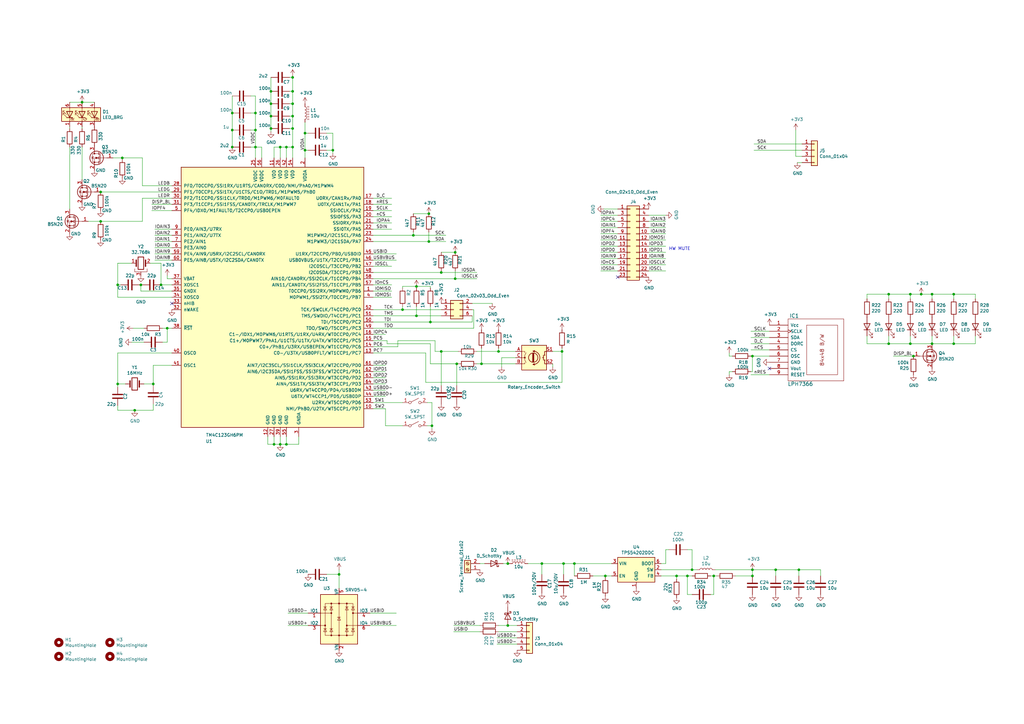
<source format=kicad_sch>
(kicad_sch (version 20211123) (generator eeschema)
  (paper "A3")
  (title_block (title "Tiva Control Board") (date "2022-06-19") (rev "0.1"))
  (junction (at 95.25 46.355))
  (junction (at 48.26 157.48))
  (junction (at 382.27 140.97))
  (junction (at 391.16 140.97))
  (junction (at 187.325 149.225))
  (junction (at 175.895 99.06))
  (junction (at 180.975 111.76))
  (junction (at 197.485 149.225))
  (junction (at 177.165 174.625))
  (junction (at 125.095 54.61))
  (junction (at 327.66 233.68))
  (junction (at 186.69 114.3))
  (junction (at 136.525 61.595))
  (junction (at 62.865 157.48))
  (junction (at 33.655 41.91))
  (junction (at 57.785 116.84))
  (junction (at 308.61 233.68))
  (junction (at 139.065 235.585))
  (junction (at 208.28 231.14))
  (junction (at 111.125 52.705))
  (junction (at 117.475 60.325))
  (junction (at 318.135 233.68))
  (junction (at 248.285 236.22))
  (junction (at 231.14 231.14))
  (junction (at 170.815 129.54))
  (junction (at 308.61 146.05))
  (junction (at 391.16 120.65))
  (junction (at 175.895 87.63))
  (junction (at 208.28 256.54))
  (junction (at 50.165 64.77))
  (junction (at 170.815 117.475))
  (junction (at 125.095 61.595))
  (junction (at 95.25 60.325))
  (junction (at 111.125 37.465))
  (junction (at 41.275 78.74))
  (junction (at 283.845 233.68))
  (junction (at 66.04 116.84))
  (junction (at 204.47 144.145))
  (junction (at 41.275 90.805))
  (junction (at 277.495 236.22))
  (junction (at 104.775 53.34))
  (junction (at 104.775 46.355))
  (junction (at 180.975 144.145))
  (junction (at 55.245 168.275))
  (junction (at 235.585 231.14))
  (junction (at 230.505 144.145))
  (junction (at 120.015 37.465))
  (junction (at 120.015 60.325))
  (junction (at 120.015 42.545))
  (junction (at 117.475 182.245))
  (junction (at 112.395 182.245))
  (junction (at 377.825 120.65))
  (junction (at 111.125 42.545))
  (junction (at 165.1 127))
  (junction (at 308.61 236.22))
  (junction (at 292.735 236.22))
  (junction (at 382.27 120.65))
  (junction (at 373.38 140.97))
  (junction (at 114.935 60.325))
  (junction (at 364.49 140.97))
  (junction (at 48.26 116.84))
  (junction (at 373.38 120.65))
  (junction (at 222.25 231.14))
  (junction (at 120.015 31.75))
  (junction (at 114.935 182.245))
  (junction (at 111.125 47.625))
  (junction (at 374.65 146.05))
  (junction (at 364.49 120.65))
  (junction (at 120.015 52.705))
  (junction (at 169.545 96.52))
  (junction (at 95.25 53.34))
  (junction (at 281.94 236.22))
  (junction (at 104.775 60.325))
  (junction (at 68.58 134.62))
  (junction (at 186.69 103.505))
  (junction (at 176.53 132.08))
  (junction (at 120.015 47.625))
  (no_connect (at 315.595 151.13))
  (no_connect (at 253.365 113.665))
  (no_connect (at 70.485 124.46))
  (wire (pts (xy 204.47 144.145) (xy 211.455 144.145)))
  (wire (pts (xy 230.505 142.875) (xy 230.505 144.145)))
  (wire (pts (xy 180.975 111.76) (xy 180.975 111.125)))
  (wire (pts (xy 104.775 60.325) (xy 102.87 60.325)))
  (wire (pts (xy 169.545 96.52) (xy 182.88 96.52)))
  (wire (pts (xy 104.775 39.37) (xy 104.775 46.355)))
  (wire (pts (xy 208.28 256.54) (xy 212.09 256.54)))
  (wire (pts (xy 126.365 61.595) (xy 125.095 61.595)))
  (wire (pts (xy 153.035 116.84) (xy 160.655 116.84)))
  (wire (pts (xy 373.38 120.65) (xy 377.825 120.65)))
  (wire (pts (xy 62.865 157.48) (xy 62.865 158.115)))
  (wire (pts (xy 153.035 119.38) (xy 160.655 119.38)))
  (wire (pts (xy 133.985 235.585) (xy 139.065 235.585)))
  (wire (pts (xy 391.16 120.65) (xy 400.05 120.65)))
  (wire (pts (xy 326.39 64.135) (xy 326.39 53.34)))
  (wire (pts (xy 118.745 37.465) (xy 120.015 37.465)))
  (wire (pts (xy 253.365 108.585) (xy 246.38 108.585)))
  (wire (pts (xy 58.42 81.28) (xy 70.485 81.28)))
  (wire (pts (xy 266.065 98.425) (xy 273.05 98.425)))
  (wire (pts (xy 153.035 96.52) (xy 169.545 96.52)))
  (wire (pts (xy 117.475 60.325) (xy 120.015 60.325)))
  (wire (pts (xy 111.125 52.705) (xy 111.125 47.625)))
  (wire (pts (xy 197.485 142.875) (xy 197.485 149.225)))
  (wire (pts (xy 196.85 256.54) (xy 186.055 256.54)))
  (wire (pts (xy 400.05 140.97) (xy 391.16 140.97)))
  (wire (pts (xy 126.365 251.46) (xy 118.11 251.46)))
  (wire (pts (xy 187.325 158.115) (xy 187.325 149.225)))
  (wire (pts (xy 196.85 231.14) (xy 198.755 231.14)))
  (wire (pts (xy 112.395 64.77) (xy 112.395 60.325)))
  (wire (pts (xy 158.115 174.625) (xy 165.1 174.625)))
  (wire (pts (xy 104.775 60.325) (xy 107.315 60.325)))
  (wire (pts (xy 315.595 146.05) (xy 308.61 146.05)))
  (wire (pts (xy 382.27 137.795) (xy 382.27 140.97)))
  (wire (pts (xy 301.625 236.22) (xy 308.61 236.22)))
  (wire (pts (xy 170.815 129.54) (xy 180.975 129.54)))
  (wire (pts (xy 318.135 233.68) (xy 327.66 233.68)))
  (wire (pts (xy 205.74 146.685) (xy 205.74 150.495)))
  (wire (pts (xy 193.675 132.08) (xy 193.675 129.54)))
  (wire (pts (xy 153.035 160.02) (xy 158.115 160.02)))
  (wire (pts (xy 70.485 99.06) (xy 63.5 99.06)))
  (wire (pts (xy 253.365 90.805) (xy 246.38 90.805)))
  (wire (pts (xy 291.465 243.84) (xy 292.735 243.84)))
  (wire (pts (xy 117.475 179.07) (xy 117.475 182.245)))
  (wire (pts (xy 177.165 174.625) (xy 177.165 175.895)))
  (wire (pts (xy 62.865 149.86) (xy 62.865 157.48)))
  (wire (pts (xy 308.61 236.22) (xy 308.61 233.68)))
  (wire (pts (xy 70.485 144.78) (xy 48.26 144.78)))
  (wire (pts (xy 235.585 231.14) (xy 235.585 236.22)))
  (wire (pts (xy 70.485 149.86) (xy 62.865 149.86)))
  (wire (pts (xy 300.355 146.05) (xy 299.085 146.05)))
  (wire (pts (xy 273.05 225.425) (xy 274.32 225.425)))
  (wire (pts (xy 194.31 134.62) (xy 194.31 127)))
  (wire (pts (xy 70.485 121.92) (xy 48.26 121.92)))
  (wire (pts (xy 48.26 168.275) (xy 55.245 168.275)))
  (wire (pts (xy 153.035 132.08) (xy 176.53 132.08)))
  (wire (pts (xy 139.065 235.585) (xy 139.065 241.3)))
  (wire (pts (xy 95.25 39.37) (xy 95.25 46.355)))
  (wire (pts (xy 114.935 60.325) (xy 117.475 60.325)))
  (wire (pts (xy 382.27 122.555) (xy 382.27 120.65)))
  (wire (pts (xy 153.035 81.28) (xy 160.655 81.28)))
  (wire (pts (xy 186.69 114.3) (xy 186.69 111.125)))
  (wire (pts (xy 315.595 138.43) (xy 307.975 138.43)))
  (wire (pts (xy 158.115 167.64) (xy 158.115 174.625)))
  (wire (pts (xy 33.655 52.705) (xy 33.655 52.07)))
  (wire (pts (xy 180.975 111.76) (xy 195.58 111.76)))
  (wire (pts (xy 28.575 41.91) (xy 33.655 41.91)))
  (wire (pts (xy 177.165 174.625) (xy 177.165 165.1)))
  (wire (pts (xy 162.56 256.54) (xy 151.765 256.54)))
  (wire (pts (xy 163.195 142.24) (xy 163.195 139.7)))
  (wire (pts (xy 48.26 116.84) (xy 48.26 107.95)))
  (wire (pts (xy 58.42 90.805) (xy 58.42 81.28)))
  (wire (pts (xy 169.545 87.63) (xy 175.895 87.63)))
  (wire (pts (xy 36.195 90.805) (xy 41.275 90.805)))
  (wire (pts (xy 162.56 251.46) (xy 151.765 251.46)))
  (wire (pts (xy 51.435 157.48) (xy 48.26 157.48)))
  (wire (pts (xy 315.595 140.97) (xy 307.975 140.97)))
  (wire (pts (xy 122.555 182.245) (xy 122.555 179.07)))
  (wire (pts (xy 120.015 31.115) (xy 120.015 31.75)))
  (wire (pts (xy 308.61 152.4) (xy 308.61 146.05)))
  (wire (pts (xy 250.825 236.22) (xy 248.285 236.22)))
  (wire (pts (xy 176.53 149.225) (xy 187.325 149.225)))
  (wire (pts (xy 283.845 236.22) (xy 281.94 236.22)))
  (wire (pts (xy 211.455 146.685) (xy 205.74 146.685)))
  (wire (pts (xy 49.53 116.84) (xy 48.26 116.84)))
  (wire (pts (xy 169.545 95.25) (xy 169.545 96.52)))
  (wire (pts (xy 120.015 42.545) (xy 120.015 47.625)))
  (wire (pts (xy 153.035 121.92) (xy 160.655 121.92)))
  (wire (pts (xy 111.125 47.625) (xy 111.125 42.545)))
  (wire (pts (xy 70.485 86.36) (xy 62.23 86.36)))
  (wire (pts (xy 315.595 135.89) (xy 307.975 135.89)))
  (wire (pts (xy 163.195 139.7) (xy 178.435 139.7)))
  (wire (pts (xy 299.085 146.05) (xy 299.085 144.78)))
  (wire (pts (xy 153.035 139.7) (xy 158.75 139.7)))
  (wire (pts (xy 102.87 46.355) (xy 104.775 46.355)))
  (wire (pts (xy 153.035 106.68) (xy 162.56 106.68)))
  (wire (pts (xy 299.085 152.4) (xy 299.085 153.67)))
  (wire (pts (xy 266.065 88.265) (xy 273.05 88.265)))
  (wire (pts (xy 318.135 233.68) (xy 318.135 236.22)))
  (wire (pts (xy 165.1 127) (xy 180.975 127)))
  (wire (pts (xy 158.75 139.7) (xy 158.75 140.97)))
  (wire (pts (xy 153.035 129.54) (xy 170.815 129.54)))
  (wire (pts (xy 355.6 137.795) (xy 355.6 140.97)))
  (wire (pts (xy 102.87 53.34) (xy 104.775 53.34)))
  (wire (pts (xy 266.065 111.125) (xy 273.05 111.125)))
  (wire (pts (xy 187.325 149.225) (xy 187.96 149.225)))
  (wire (pts (xy 28.575 52.705) (xy 28.575 52.07)))
  (wire (pts (xy 253.365 95.885) (xy 246.38 95.885)))
  (wire (pts (xy 50.165 65.405) (xy 50.165 64.77)))
  (wire (pts (xy 33.655 73.66) (xy 33.655 60.325)))
  (wire (pts (xy 377.825 120.65) (xy 382.27 120.65)))
  (wire (pts (xy 158.75 140.97) (xy 176.53 140.97)))
  (wire (pts (xy 61.595 107.95) (xy 66.04 107.95)))
  (wire (pts (xy 118.745 42.545) (xy 120.015 42.545)))
  (wire (pts (xy 231.14 235.585) (xy 231.14 231.14)))
  (wire (pts (xy 266.065 93.345) (xy 273.05 93.345)))
  (wire (pts (xy 126.365 54.61) (xy 125.095 54.61)))
  (wire (pts (xy 58.42 76.2) (xy 70.485 76.2)))
  (wire (pts (xy 133.985 61.595) (xy 136.525 61.595)))
  (wire (pts (xy 111.125 42.545) (xy 111.125 37.465)))
  (wire (pts (xy 328.93 66.675) (xy 327.025 66.675)))
  (wire (pts (xy 153.035 152.4) (xy 158.115 152.4)))
  (wire (pts (xy 226.695 149.225) (xy 226.695 150.495)))
  (wire (pts (xy 315.595 153.67) (xy 307.975 153.67)))
  (wire (pts (xy 153.035 137.16) (xy 158.115 137.16)))
  (wire (pts (xy 253.365 88.265) (xy 246.38 88.265)))
  (wire (pts (xy 153.035 88.9) (xy 160.655 88.9)))
  (wire (pts (xy 117.475 64.77) (xy 117.475 60.325)))
  (wire (pts (xy 70.485 104.14) (xy 63.5 104.14)))
  (wire (pts (xy 153.035 165.1) (xy 165.1 165.1)))
  (wire (pts (xy 153.035 104.14) (xy 162.56 104.14)))
  (wire (pts (xy 104.775 46.355) (xy 104.775 53.34)))
  (wire (pts (xy 196.85 259.08) (xy 186.055 259.08)))
  (wire (pts (xy 55.245 168.275) (xy 62.865 168.275)))
  (wire (pts (xy 50.165 64.77) (xy 58.42 64.77)))
  (wire (pts (xy 327.66 233.68) (xy 336.55 233.68)))
  (wire (pts (xy 222.25 231.14) (xy 222.25 235.585)))
  (wire (pts (xy 136.525 54.61) (xy 136.525 61.595)))
  (wire (pts (xy 48.26 166.37) (xy 48.26 168.275)))
  (wire (pts (xy 104.775 53.34) (xy 104.775 60.325)))
  (wire (pts (xy 266.065 108.585) (xy 273.05 108.585)))
  (wire (pts (xy 283.845 233.68) (xy 283.845 225.425)))
  (wire (pts (xy 70.485 96.52) (xy 63.5 96.52)))
  (wire (pts (xy 114.935 179.07) (xy 114.935 182.245)))
  (wire (pts (xy 266.065 90.805) (xy 273.05 90.805)))
  (wire (pts (xy 300.355 152.4) (xy 299.085 152.4)))
  (wire (pts (xy 308.61 233.68) (xy 318.135 233.68)))
  (wire (pts (xy 165.1 117.475) (xy 170.815 117.475)))
  (wire (pts (xy 118.745 31.75) (xy 120.015 31.75)))
  (wire (pts (xy 364.49 137.795) (xy 364.49 140.97)))
  (wire (pts (xy 212.09 261.62) (xy 203.835 261.62)))
  (wire (pts (xy 120.015 47.625) (xy 120.015 52.705)))
  (wire (pts (xy 117.475 182.245) (xy 122.555 182.245)))
  (wire (pts (xy 186.69 114.3) (xy 195.58 114.3)))
  (wire (pts (xy 271.145 231.14) (xy 273.05 231.14)))
  (wire (pts (xy 70.485 101.6) (xy 63.5 101.6)))
  (wire (pts (xy 62.865 168.275) (xy 62.865 165.735)))
  (wire (pts (xy 266.065 95.885) (xy 273.05 95.885)))
  (wire (pts (xy 391.16 122.555) (xy 391.16 120.65)))
  (wire (pts (xy 208.28 231.14) (xy 206.375 231.14)))
  (wire (pts (xy 59.055 157.48) (xy 62.865 157.48)))
  (wire (pts (xy 153.035 134.62) (xy 194.31 134.62)))
  (wire (pts (xy 283.845 243.84) (xy 281.94 243.84)))
  (wire (pts (xy 180.975 103.505) (xy 186.69 103.505)))
  (wire (pts (xy 118.745 47.625) (xy 120.015 47.625)))
  (wire (pts (xy 327.66 233.68) (xy 327.66 236.22)))
  (wire (pts (xy 153.035 109.22) (xy 160.655 109.22)))
  (wire (pts (xy 136.525 61.595) (xy 136.525 62.865)))
  (wire (pts (xy 120.015 52.705) (xy 120.015 60.325)))
  (wire (pts (xy 48.26 144.78) (xy 48.26 157.48)))
  (wire (pts (xy 54.61 134.62) (xy 59.055 134.62)))
  (wire (pts (xy 193.675 124.46) (xy 201.93 124.46)))
  (wire (pts (xy 170.815 125.73) (xy 170.815 129.54)))
  (wire (pts (xy 277.495 236.22) (xy 271.145 236.22)))
  (wire (pts (xy 153.035 111.76) (xy 180.975 111.76)))
  (wire (pts (xy 58.42 64.77) (xy 58.42 76.2)))
  (wire (pts (xy 125.095 61.595) (xy 125.095 64.77)))
  (wire (pts (xy 178.435 144.145) (xy 180.975 144.145)))
  (wire (pts (xy 373.38 122.555) (xy 373.38 120.65)))
  (wire (pts (xy 373.38 140.97) (xy 382.27 140.97)))
  (wire (pts (xy 174.625 156.845) (xy 230.505 156.845)))
  (wire (pts (xy 285.75 233.68) (xy 283.845 233.68)))
  (wire (pts (xy 95.25 60.325) (xy 95.25 53.34)))
  (wire (pts (xy 46.355 64.77) (xy 50.165 64.77)))
  (wire (pts (xy 177.165 165.1) (xy 175.26 165.1)))
  (wire (pts (xy 204.47 142.875) (xy 204.47 144.145)))
  (wire (pts (xy 153.035 99.06) (xy 175.895 99.06)))
  (wire (pts (xy 266.065 100.965) (xy 273.05 100.965)))
  (wire (pts (xy 153.035 83.82) (xy 160.655 83.82)))
  (wire (pts (xy 266.065 106.045) (xy 273.05 106.045)))
  (wire (pts (xy 174.625 144.78) (xy 174.625 156.845)))
  (wire (pts (xy 153.035 93.98) (xy 160.655 93.98)))
  (wire (pts (xy 68.58 134.62) (xy 70.485 134.62)))
  (wire (pts (xy 120.015 31.75) (xy 120.015 37.465)))
  (wire (pts (xy 315.595 143.51) (xy 307.975 143.51)))
  (wire (pts (xy 70.485 114.3) (xy 68.58 114.3)))
  (wire (pts (xy 400.05 120.65) (xy 400.05 122.555)))
  (wire (pts (xy 41.275 78.74) (xy 70.485 78.74)))
  (wire (pts (xy 364.49 122.555) (xy 364.49 120.65)))
  (wire (pts (xy 176.53 125.73) (xy 176.53 132.08)))
  (wire (pts (xy 153.035 167.64) (xy 158.115 167.64)))
  (wire (pts (xy 170.815 117.475) (xy 176.53 117.475)))
  (wire (pts (xy 308.61 146.05) (xy 307.975 146.05)))
  (wire (pts (xy 307.975 152.4) (xy 308.61 152.4)))
  (wire (pts (xy 281.94 243.84) (xy 281.94 236.22)))
  (wire (pts (xy 175.895 95.25) (xy 175.895 99.06)))
  (wire (pts (xy 125.095 54.61) (xy 125.095 61.595)))
  (wire (pts (xy 273.05 231.14) (xy 273.05 225.425)))
  (wire (pts (xy 114.935 182.245) (xy 117.475 182.245)))
  (wire (pts (xy 70.485 119.38) (xy 57.785 119.38)))
  (wire (pts (xy 175.26 174.625) (xy 177.165 174.625)))
  (wire (pts (xy 153.035 86.36) (xy 160.655 86.36)))
  (wire (pts (xy 153.035 142.24) (xy 163.195 142.24)))
  (wire (pts (xy 197.485 149.225) (xy 211.455 149.225)))
  (wire (pts (xy 153.035 157.48) (xy 158.115 157.48)))
  (wire (pts (xy 70.485 83.82) (xy 62.23 83.82)))
  (wire (pts (xy 170.815 117.475) (xy 170.815 118.11)))
  (wire (pts (xy 57.785 119.38) (xy 57.785 116.84)))
  (wire (pts (xy 373.38 137.795) (xy 373.38 140.97)))
  (wire (pts (xy 271.145 233.68) (xy 283.845 233.68)))
  (wire (pts (xy 230.505 156.845) (xy 230.505 144.145)))
  (wire (pts (xy 33.655 41.91) (xy 38.735 41.91)))
  (wire (pts (xy 48.26 121.92) (xy 48.26 116.84)))
  (wire (pts (xy 253.365 93.345) (xy 246.38 93.345)))
  (wire (pts (xy 118.745 52.705) (xy 120.015 52.705)))
  (wire (pts (xy 48.26 157.48) (xy 48.26 158.75)))
  (wire (pts (xy 364.49 120.65) (xy 373.38 120.65)))
  (wire (pts (xy 253.365 111.125) (xy 246.38 111.125)))
  (wire (pts (xy 120.015 37.465) (xy 120.015 42.545)))
  (wire (pts (xy 68.58 140.335) (xy 68.58 134.62)))
  (wire (pts (xy 175.895 99.06) (xy 182.88 99.06)))
  (wire (pts (xy 111.125 37.465) (xy 111.125 31.75)))
  (wire (pts (xy 66.675 134.62) (xy 68.58 134.62)))
  (wire (pts (xy 107.315 60.325) (xy 107.315 64.77)))
  (wire (pts (xy 355.6 140.97) (xy 364.49 140.97)))
  (wire (pts (xy 109.855 182.245) (xy 112.395 182.245)))
  (wire (pts (xy 41.275 90.805) (xy 58.42 90.805)))
  (wire (pts (xy 70.485 106.68) (xy 63.5 106.68)))
  (wire (pts (xy 95.25 53.34) (xy 95.25 46.355)))
  (wire (pts (xy 165.1 125.73) (xy 165.1 127)))
  (wire (pts (xy 248.285 236.22) (xy 243.205 236.22)))
  (wire (pts (xy 355.6 120.65) (xy 364.49 120.65)))
  (wire (pts (xy 120.015 64.77) (xy 120.015 60.325)))
  (wire (pts (xy 53.975 140.335) (xy 59.055 140.335)))
  (wire (pts (xy 248.285 236.855) (xy 248.285 236.22)))
  (wire (pts (xy 253.365 106.045) (xy 246.38 106.045)))
  (wire (pts (xy 309.245 59.055) (xy 328.93 59.055)))
  (wire (pts (xy 66.675 140.335) (xy 68.58 140.335)))
  (wire (pts (xy 28.575 85.725) (xy 28.575 60.325)))
  (wire (pts (xy 266.065 103.505) (xy 273.05 103.505)))
  (wire (pts (xy 253.365 103.505) (xy 246.38 103.505)))
  (wire (pts (xy 336.55 233.68) (xy 336.55 236.22)))
  (wire (pts (xy 195.58 149.225) (xy 197.485 149.225)))
  (wire (pts (xy 153.035 91.44) (xy 160.655 91.44)))
  (wire (pts (xy 57.785 116.84) (xy 57.15 116.84)))
  (wire (pts (xy 139.065 233.68) (xy 139.065 235.585)))
  (wire (pts (xy 253.365 98.425) (xy 246.38 98.425)))
  (wire (pts (xy 216.535 231.14) (xy 222.25 231.14)))
  (wire (pts (xy 400.05 137.795) (xy 400.05 140.97)))
  (wire (pts (xy 102.87 39.37) (xy 104.775 39.37)))
  (wire (pts (xy 153.035 144.78) (xy 174.625 144.78)))
  (wire (pts (xy 195.58 144.145) (xy 204.47 144.145)))
  (wire (pts (xy 112.395 60.325) (xy 114.935 60.325)))
  (wire (pts (xy 309.245 61.595) (xy 328.93 61.595)))
  (wire (pts (xy 112.395 182.245) (xy 114.935 182.245)))
  (wire (pts (xy 153.035 154.94) (xy 158.115 154.94)))
  (wire (pts (xy 231.14 231.14) (xy 222.25 231.14)))
  (wire (pts (xy 153.035 127) (xy 165.1 127)))
  (wire (pts (xy 53.975 107.95) (xy 48.26 107.95)))
  (wire (pts (xy 277.495 237.49) (xy 277.495 236.22)))
  (wire (pts (xy 250.825 231.14) (xy 235.585 231.14)))
  (wire (pts (xy 176.53 117.475) (xy 176.53 118.11)))
  (wire (pts (xy 153.035 162.56) (xy 158.115 162.56)))
  (wire (pts (xy 294.005 236.22) (xy 292.735 236.22)))
  (wire (pts (xy 212.09 264.16) (xy 203.835 264.16)))
  (wire (pts (xy 364.49 140.97) (xy 373.38 140.97)))
  (wire (pts (xy 109.855 179.07) (xy 109.855 182.245)))
  (wire (pts (xy 355.6 122.555) (xy 355.6 120.65)))
  (wire (pts (xy 180.975 158.115) (xy 180.975 144.145)))
  (wire (pts (xy 68.58 114.3) (xy 68.58 113.03)))
  (wire (pts (xy 111.125 53.975) (xy 111.125 52.705)))
  (wire (pts (xy 283.845 225.425) (xy 281.94 225.425)))
  (wire (pts (xy 247.65 85.725) (xy 253.365 85.725)))
  (wire (pts (xy 153.035 149.86) (xy 158.115 149.86)))
  (wire (pts (xy 165.1 118.11) (xy 165.1 117.475)))
  (wire (pts (xy 58.42 116.84) (xy 57.785 116.84)))
  (wire (pts (xy 374.65 146.05) (xy 366.395 146.05)))
  (wire (pts (xy 391.16 137.795) (xy 391.16 140.97)))
  (wire (pts (xy 112.395 179.07) (xy 112.395 182.245)))
  (wire (pts (xy 292.735 243.84) (xy 292.735 236.22)))
  (wire (pts (xy 125.095 50.165) (xy 125.095 54.61)))
  (wire (pts (xy 66.04 116.84) (xy 66.04 107.95)))
  (wire (pts (xy 133.985 54.61) (xy 136.525 54.61)))
  (wire (pts (xy 104.775 64.77) (xy 104.775 60.325)))
  (wire (pts (xy 180.975 144.145) (xy 187.96 144.145)))
  (wire (pts (xy 293.37 233.68) (xy 308.61 233.68)))
  (wire (pts (xy 253.365 100.965) (xy 246.38 100.965)))
  (wire (pts (xy 391.16 140.97) (xy 382.27 140.97)))
  (wire (pts (xy 176.53 132.08) (xy 193.675 132.08)))
  (wire (pts (xy 70.485 93.98) (xy 63.5 93.98)))
  (wire (pts (xy 292.735 236.22) (xy 291.465 236.22)))
  (wire (pts (xy 126.365 256.54) (xy 118.11 256.54)))
  (wire (pts (xy 194.31 127) (xy 193.675 127)))
  (wire (pts (xy 382.27 120.65) (xy 391.16 120.65)))
  (wire (pts (xy 178.435 139.7) (xy 178.435 144.145)))
  (wire (pts (xy 70.485 116.84) (xy 66.04 116.84)))
  (wire (pts (xy 114.935 64.77) (xy 114.935 60.325)))
  (wire (pts (xy 204.47 259.08) (xy 212.09 259.08)))
  (wire (pts (xy 328.93 64.135) (xy 326.39 64.135)))
  (wire (pts (xy 153.035 114.3) (xy 186.69 114.3)))
  (wire (pts (xy 281.94 236.22) (xy 277.495 236.22)))
  (wire (pts (xy 176.53 140.97) (xy 176.53 149.225)))
  (wire (pts (xy 208.915 231.14) (xy 208.28 231.14)))
  (wire (pts (xy 231.14 231.14) (xy 235.585 231.14)))
  (wire (pts (xy 204.47 256.54) (xy 208.28 256.54)))
  (wire (pts (xy 230.505 144.145) (xy 226.695 144.145)))
  (text "HW MUTE" (at 274.32 102.87 0) (effects (font (size 1.27 1.27)) (justify left bottom)))
  (label "DISP_BL" (at 62.23 83.82 0))
  (label "IOMISO" (at 246.38 98.425 0))
  (label "IOPD3" (at 153.035 157.48 0))
  (label "nCS" (at 154.305 88.9 0))
  (label "IOMOSI" (at 266.065 98.425 0))
  (label "IOPD0" (at 246.38 103.505 0))
  (label "VDDA" (at 125.095 61.595 90))
  (label "USBVBUS" (at 151.765 256.54 0))
  (label "SDA" (at 310.515 59.055 0))
  (label "VDDC" (at 104.775 59.055 90))
  (label "D_C" (at 154.305 81.28 0))
  (label "TCK" (at 157.48 127 0))
  (label "IOSDA" (at 246.38 111.125 0))
  (label "nCS" (at 309.245 143.51 0))
  (label "nRES" (at 309.245 153.67 0))
  (label "IOPF4" (at 246.38 95.885 0))
  (label "IOPC4" (at 153.035 137.16 0))
  (label "USB0D-" (at 153.035 160.02 0))
  (label "IOAIN2" (at 266.7 93.345 0))
  (label "IOAIN2" (at 63.5 96.52 0))
  (label "TDO" (at 157.48 134.62 0))
  (label "IOAIN9" (at 63.5 104.14 0))
  (label "IOPC4" (at 246.38 90.805 0))
  (label "SCLK" (at 154.305 86.36 0))
  (label "DISP_BL" (at 366.395 146.05 0))
  (label "LEDG" (at 64.77 78.74 0))
  (label "TDI" (at 157.48 132.08 0))
  (label "IOPA4" (at 246.38 88.265 0))
  (label "SW1" (at 153.67 165.1 0))
  (label "IOPD1" (at 266.065 103.505 0))
  (label "SW2" (at 153.67 167.64 0))
  (label "IOPA4" (at 154.305 91.44 0))
  (label "IOSCLK" (at 189.23 114.3 0))
  (label "IOAIN1" (at 63.5 99.06 0))
  (label "IOPD3" (at 266.065 100.965 0))
  (label "SCK" (at 178.435 96.52 0))
  (label "USBID" (at 153.035 104.14 0))
  (label "USBID" (at 151.765 251.46 0))
  (label "D_C" (at 309.245 140.97 0))
  (label "USBID" (at 186.055 259.08 0))
  (label "nRES" (at 154.305 83.82 0))
  (label "IOAIN8" (at 266.065 106.045 0))
  (label "IOPD2" (at 246.38 100.965 0))
  (label "SDIN" (at 154.305 93.98 0))
  (label "USBVBUS" (at 186.055 256.54 0))
  (label "USB0D-" (at 203.835 264.16 0))
  (label "IOAIN3" (at 63.5 93.98 0))
  (label "IOSCLK" (at 266.065 108.585 0))
  (label "USB0D+" (at 153.035 162.56 0))
  (label "IOnCS" (at 153.67 116.84 0))
  (label "PC6" (at 153.035 142.24 0))
  (label "IOAIN3" (at 266.7 90.805 0))
  (label "IOAIN8" (at 63.5 106.68 0))
  (label "IOPD0" (at 153.035 149.86 0))
  (label "IOMOSI" (at 153.67 121.92 0))
  (label "IOAIN0" (at 63.5 101.6 0))
  (label "USB0D-" (at 118.11 251.46 0))
  (label "LEDB" (at 64.77 76.2 0))
  (label "LEDR" (at 64.77 81.28 0))
  (label "IOMISO" (at 153.67 119.38 0))
  (label "USB0D+" (at 203.835 261.62 0))
  (label "USBVBUS" (at 153.035 106.68 0))
  (label "IOAIN0" (at 266.7 95.885 0))
  (label "IOAIN9" (at 246.38 106.045 0))
  (label "IOPD1" (at 153.035 152.4 0))
  (label "IOPD2" (at 153.035 154.94 0))
  (label "SDIN" (at 309.245 138.43 0))
  (label "TMS" (at 157.48 129.54 0))
  (label "SCK" (at 310.515 61.595 0))
  (label "USB0D+" (at 118.11 256.54 0))
  (label "PC7" (at 153.035 144.78 0))
  (label "PC5" (at 153.035 139.7 0))
  (label "IOSCL" (at 153.67 109.22 0))
  (label "IOPF4" (at 62.23 86.36 0))
  (label "IOSCL" (at 266.065 111.125 0))
  (label "SCLK" (at 309.245 135.89 0))
  (label "IOnCS" (at 246.38 108.585 0))
  (label "IOSDA" (at 189.23 111.76 0))
  (label "IOAIN1" (at 246.38 93.345 0))
  (label "SDA" (at 178.435 99.06 0))
  (symbol (lib_id "sound_card_ctl-rescue:TM4C123GH6PM-tms320f") (at 109.855 124.46 0) (unit 1)
    (property "Reference" "U1" (at 85.725 180.975 0))
    (property "Value" "TM4C123GH6PM" (at 92.075 178.435 0))
    (property "Footprint" "Package_QFP:LQFP-64_10x10mm_P0.5mm" (effects hide))
    (property "Datasheet" "http://www.ti.com/lit/ds/symlink/tm4c123gh6pmc3pm.pdf" (effects hide))
  )
  (symbol (lib_id "power:GND") (at 114.935 182.245 0) (unit 1)
    (property "Reference" "#PWR02" (effects hide))
    (property "Value" "GND" (at 115.062 186.6392 0))
  )
  (symbol (lib_id "Device:C") (at 99.06 60.325 270) (unit 1)
    (property "Reference" "C1" (at 99.06 63.5 90))
    (property "Value" "2u2" (at 92.075 59.69 90))
    (property "Footprint" "Capacitor_SMD:C_0603_1608Metric_Pad1.08x0.95mm_HandSolder" (effects hide))
  )
  (symbol (lib_id "power:+3.3V") (at 120.015 31.115 0) (unit 1)
    (property "Reference" "#PWR08" (effects hide))
    (property "Value" "+3.3V" (at 120.396 26.7208 0))
  )
  (symbol (lib_id "power:GND") (at 95.25 60.325 0) (unit 1)
    (property "Reference" "#PWR01" (effects hide))
    (property "Value" "GND" (at 95.377 64.7192 0))
  )
  (symbol (lib_id "sound_card_ctl-rescue:L_Core_Ferrite-Device") (at 125.095 46.355 0) (unit 1)
    (property "Reference" "L1" (at 127.3302 45.1866 0) (effects (justify left)))
    (property "Value" "10u" (at 127.3302 47.498 0) (effects (justify left)))
    (property "Footprint" "Inductor_SMD:L_0603_1608Metric_Pad1.05x0.95mm_HandSolder" (effects hide))
  )
  (symbol (lib_id "Device:C") (at 130.175 61.595 270) (unit 1)
    (property "Reference" "C12" (at 132.715 63.5 90))
    (property "Value" "1u" (at 132.715 59.69 90))
    (property "Footprint" "Capacitor_SMD:C_0603_1608Metric_Pad1.08x0.95mm_HandSolder" (effects hide))
  )
  (symbol (lib_id "power:GND") (at 136.525 62.865 0) (unit 1)
    (property "Reference" "#PWR010" (effects hide))
    (property "Value" "GND" (at 136.652 67.2592 0))
  )
  (symbol (lib_id "power:+3.3V") (at 125.095 42.545 0) (unit 1)
    (property "Reference" "#PWR09" (effects hide))
    (property "Value" "+3.3V" (at 125.476 38.1508 0))
  )
  (symbol (lib_id "Device:C") (at 99.06 53.34 270) (unit 1)
    (property "Reference" "C6" (at 99.06 56.515 90))
    (property "Value" "1u" (at 92.71 52.07 90))
    (property "Footprint" "Capacitor_SMD:C_0603_1608Metric_Pad1.08x0.95mm_HandSolder" (effects hide))
  )
  (symbol (lib_id "Device:C") (at 99.06 46.355 270) (unit 1)
    (property "Reference" "C5" (at 99.06 49.53 90))
    (property "Value" "100n" (at 92.71 45.085 90))
    (property "Footprint" "Capacitor_SMD:C_0603_1608Metric_Pad1.08x0.95mm_HandSolder" (effects hide))
  )
  (symbol (lib_id "Device:C") (at 114.935 42.545 270) (unit 1)
    (property "Reference" "C9" (at 117.475 44.45 90))
    (property "Value" "100n" (at 108.585 41.275 90))
    (property "Footprint" "Capacitor_SMD:C_0603_1608Metric_Pad1.08x0.95mm_HandSolder" (effects hide))
  )
  (symbol (lib_id "Device:C") (at 114.935 47.625 270) (unit 1)
    (property "Reference" "C10" (at 117.475 49.53 90))
    (property "Value" "100n" (at 108.585 46.355 90))
    (property "Footprint" "Capacitor_SMD:C_0603_1608Metric_Pad1.08x0.95mm_HandSolder" (effects hide))
  )
  (symbol (lib_id "Device:C") (at 114.935 52.705 270) (unit 1)
    (property "Reference" "C11" (at 117.475 54.61 90))
    (property "Value" "100n" (at 108.585 51.435 90))
    (property "Footprint" "Capacitor_SMD:C_0603_1608Metric_Pad1.08x0.95mm_HandSolder" (effects hide))
  )
  (symbol (lib_id "Device:C") (at 114.935 37.465 270) (unit 1)
    (property "Reference" "C8" (at 117.475 39.37 90))
    (property "Value" "100n" (at 108.585 36.195 90))
    (property "Footprint" "Capacitor_SMD:C_0603_1608Metric_Pad1.08x0.95mm_HandSolder" (effects hide))
  )
  (symbol (lib_id "Device:C") (at 114.935 31.75 270) (unit 1)
    (property "Reference" "C7" (at 117.475 33.655 90))
    (property "Value" "2u2" (at 107.95 31.115 90))
    (property "Footprint" "Capacitor_SMD:C_0603_1608Metric_Pad1.08x0.95mm_HandSolder" (effects hide))
  )
  (symbol (lib_id "power:GND") (at 111.125 53.975 0) (unit 1)
    (property "Reference" "#PWR07" (effects hide))
    (property "Value" "GND" (at 111.252 58.3692 0))
  )
  (symbol (lib_id "Device:C") (at 62.865 140.335 270) (unit 1)
    (property "Reference" "C3" (at 62.865 143.51 90))
    (property "Value" "100n" (at 56.515 139.065 90))
    (property "Footprint" "Capacitor_SMD:C_0603_1608Metric_Pad1.08x0.95mm_HandSolder" (effects hide))
  )
  (symbol (lib_id "power:+3.3V") (at 68.58 113.03 0) (unit 1)
    (property "Reference" "#PWR06" (effects hide))
    (property "Value" "+3.3V" (at 68.961 108.6358 0))
  )
  (symbol (lib_id "Device:R") (at 62.865 134.62 270) (unit 1)
    (property "Reference" "R3" (at 64.77 137.16 90))
    (property "Value" "10k" (at 59.69 137.16 90))
    (property "Footprint" "Resistor_SMD:R_0603_1608Metric_Pad0.98x0.95mm_HandSolder" (effects hide))
  )
  (symbol (lib_id "power:+3.3V") (at 54.61 134.62 90) (unit 1)
    (property "Reference" "#PWR05" (effects hide))
    (property "Value" "+3.3V" (at 50.2158 134.239 0))
  )
  (symbol (lib_id "power:GND") (at 53.975 140.335 270) (unit 1)
    (property "Reference" "#PWR03" (effects hide))
    (property "Value" "GND" (at 49.5808 140.462 0))
  )
  (symbol (lib_id "Device:C") (at 48.26 162.56 0) (unit 1)
    (property "Reference" "C2" (at 51.435 162.56 90))
    (property "Value" "22p" (at 45.72 165.735 0))
    (property "Footprint" "Capacitor_SMD:C_0603_1608Metric_Pad1.08x0.95mm_HandSolder" (effects hide))
  )
  (symbol (lib_id "Device:C") (at 62.865 161.925 0) (unit 1)
    (property "Reference" "C4" (at 66.04 161.925 90))
    (property "Value" "22p" (at 65.405 165.735 0))
    (property "Footprint" "Capacitor_SMD:C_0603_1608Metric_Pad1.08x0.95mm_HandSolder" (effects hide))
  )
  (symbol (lib_id "Device:Crystal") (at 55.245 157.48 0) (unit 1)
    (property "Reference" "Y1" (at 55.245 150.6728 0))
    (property "Value" "16MHz" (at 55.245 152.9842 0))
    (property "Footprint" "Crystal:Crystal_SMD_5032-2Pin_5.0x3.2mm_HandSoldering" (effects hide))
  )
  (symbol (lib_id "power:GND") (at 55.245 168.275 0) (unit 1)
    (property "Reference" "#PWR04" (effects hide))
    (property "Value" "GND" (at 55.372 172.6692 0))
  )
  (symbol (lib_id "power:+3.3V") (at 180.975 124.46 0) (unit 1)
    (property "Reference" "#PWR0101" (effects hide))
    (property "Value" "+3.3V" (at 180.975 118.745 90))
  )
  (symbol (lib_id "power:GND") (at 201.93 124.46 0) (unit 1)
    (property "Reference" "#PWR0102" (effects hide))
    (property "Value" "GND" (at 202.057 128.8542 0))
  )
  (symbol (lib_id "Device:Crystal_GND3") (at 57.785 107.95 0) (unit 1)
    (property "Reference" "Y2" (at 57.785 101.1428 0))
    (property "Value" "32.768k" (at 57.785 103.4542 0))
    (property "Footprint" "Crystal:Crystal_C26-LF_D2.1mm_L6.5mm_Horizontal_1EP_style2" (effects hide))
  )
  (symbol (lib_id "Device:C") (at 62.23 116.84 270) (unit 1)
    (property "Reference" "C14" (at 65.405 118.11 90))
    (property "Value" "22p" (at 62.23 113.03 90))
    (property "Footprint" "Capacitor_SMD:C_0603_1608Metric_Pad1.08x0.95mm_HandSolder" (effects hide))
  )
  (symbol (lib_id "Device:C") (at 53.34 116.84 270) (unit 1)
    (property "Reference" "C13" (at 50.165 118.11 90))
    (property "Value" "22p" (at 53.34 113.03 90))
    (property "Footprint" "Capacitor_SMD:C_0603_1608Metric_Pad1.08x0.95mm_HandSolder" (effects hide))
  )
  (symbol (lib_id "Device:C") (at 222.25 239.395 0) (unit 1)
    (property "Reference" "C17" (at 225.425 239.395 90))
    (property "Value" "100n/30V" (at 219.075 239.395 90))
    (property "Footprint" "Capacitor_SMD:C_1206_3216Metric_Pad1.33x1.80mm_HandSolder" (effects hide))
  )
  (symbol (lib_id "power:GND") (at 222.25 243.205 0) (unit 1)
    (property "Reference" "#PWR0110" (effects hide))
    (property "Value" "GND" (at 222.377 247.5992 0))
  )
  (symbol (lib_id "Device:C") (at 130.175 54.61 270) (unit 1)
    (property "Reference" "C16" (at 132.715 56.515 90))
    (property "Value" "10n" (at 133.35 52.705 90))
    (property "Footprint" "Capacitor_SMD:C_0603_1608Metric_Pad1.08x0.95mm_HandSolder" (effects hide))
  )
  (symbol (lib_id "Device:C") (at 99.06 39.37 270) (unit 1)
    (property "Reference" "C15" (at 99.06 42.545 90))
    (property "Value" "100n" (at 92.71 38.1 90))
    (property "Footprint" "Capacitor_SMD:C_0603_1608Metric_Pad1.08x0.95mm_HandSolder" (effects hide))
  )
  (symbol (lib_id "Device:R") (at 165.1 121.92 0) (unit 1)
    (property "Reference" "R2" (at 167.64 120.015 90))
    (property "Value" "1k" (at 167.64 125.095 90))
    (property "Footprint" "Resistor_SMD:R_0603_1608Metric_Pad0.98x0.95mm_HandSolder" (effects hide))
  )
  (symbol (lib_id "Device:R") (at 170.815 121.92 0) (unit 1)
    (property "Reference" "R5" (at 173.355 120.015 90))
    (property "Value" "1k" (at 173.355 125.095 90))
    (property "Footprint" "Resistor_SMD:R_0603_1608Metric_Pad0.98x0.95mm_HandSolder" (effects hide))
  )
  (symbol (lib_id "power:+3.3V") (at 170.815 117.475 0) (unit 1)
    (property "Reference" "#PWR0115" (effects hide))
    (property "Value" "+3.3V" (at 175.26 116.205 0))
  )
  (symbol (lib_id "Device:R") (at 38.735 55.88 0) (unit 1)
    (property "Reference" "R6" (at 36.195 56.515 90))
    (property "Value" "330" (at 41.275 55.88 90))
    (property "Footprint" "Resistor_SMD:R_0603_1608Metric_Pad0.98x0.95mm_HandSolder" (effects hide))
  )
  (symbol (lib_id "power:+3.3V") (at 33.655 41.91 0) (unit 1)
    (property "Reference" "#PWR0117" (effects hide))
    (property "Value" "+3.3V" (at 34.036 37.5158 0))
  )
  (symbol (lib_id "power:GND") (at 70.485 127 0) (unit 1)
    (property "Reference" "#PWR0118" (effects hide))
    (property "Value" "GND" (at 70.612 131.3942 0))
  )
  (symbol (lib_id "Device:R") (at 176.53 121.92 0) (unit 1)
    (property "Reference" "R8" (at 179.07 120.015 90))
    (property "Value" "1k" (at 179.07 125.095 90))
    (property "Footprint" "Resistor_SMD:R_0603_1608Metric_Pad0.98x0.95mm_HandSolder" (effects hide))
  )
  (symbol (lib_id "Mechanical:MountingHole") (at 24.13 269.24 0) (unit 1)
    (property "Reference" "H2" (at 26.67 268.0716 0) (effects (justify left)))
    (property "Value" "MountingHole" (at 26.67 270.383 0) (effects (justify left)))
    (property "Footprint" "MountingHole:MountingHole_3.2mm_M3_DIN965_Pad_TopBottom" (effects hide))
  )
  (symbol (lib_id "Mechanical:MountingHole") (at 24.13 263.525 0) (unit 1)
    (property "Reference" "H1" (at 26.67 262.3566 0) (effects (justify left)))
    (property "Value" "MountingHole" (at 26.67 264.668 0) (effects (justify left)))
    (property "Footprint" "MountingHole:MountingHole_3.2mm_M3_DIN965_Pad_TopBottom" (effects hide))
  )
  (symbol (lib_id "Connector_Generic:Conn_01x04") (at 334.01 61.595 0) (unit 1)
    (property "Reference" "J5" (at 336.042 61.7982 0) (effects (justify left)))
    (property "Value" "Conn_01x04" (at 336.042 64.1096 0) (effects (justify left)))
    (property "Footprint" "Connector_PinHeader_2.54mm:PinHeader_1x04_P2.54mm_Vertical" (effects hide))
  )
  (symbol (lib_id "Device:R") (at 186.69 107.315 0) (unit 1)
    (property "Reference" "R21" (at 188.595 108.585 90) (effects (justify left)))
    (property "Value" "4k7" (at 184.785 109.22 90) (effects (justify left)))
    (property "Footprint" "Resistor_SMD:R_0603_1608Metric_Pad0.98x0.95mm_HandSolder" (effects hide))
  )
  (symbol (lib_id "Device:R") (at 180.975 107.315 0) (unit 1)
    (property "Reference" "R20" (at 182.88 108.585 90) (effects (justify left)))
    (property "Value" "4k7" (at 178.435 109.22 90) (effects (justify left)))
    (property "Footprint" "Resistor_SMD:R_0603_1608Metric_Pad0.98x0.95mm_HandSolder" (effects hide))
  )
  (symbol (lib_id "power:GND") (at 315.595 148.59 270) (unit 1)
    (property "Reference" "#PWR0103" (effects hide))
    (property "Value" "GND" (at 311.2008 148.717 0))
  )
  (symbol (lib_id "power:+3.3V") (at 266.065 85.725 0) (unit 1)
    (property "Reference" "#PWR0123" (effects hide))
    (property "Value" "+3.3V" (at 266.446 81.3308 0))
  )
  (symbol (lib_id "power:GND") (at 266.065 113.665 0) (unit 1)
    (property "Reference" "#PWR0124" (effects hide))
    (property "Value" "GND" (at 266.192 118.0592 0))
  )
  (symbol (lib_id "power:GND") (at 247.65 85.725 270) (unit 1)
    (property "Reference" "#PWR0125" (effects hide))
    (property "Value" "GND" (at 243.2558 85.852 0))
  )
  (symbol (lib_id "Switch:SW_SPST") (at 170.18 174.625 0) (unit 1)
    (property "Reference" "SW2" (at 170.18 168.656 0))
    (property "Value" "SW_SPST" (at 170.18 170.9674 0))
    (property "Footprint" "sound_card_ctl:BTN_9mm_pitch5x5mm" (effects hide))
  )
  (symbol (lib_id "Switch:SW_SPST") (at 170.18 165.1 0) (unit 1)
    (property "Reference" "SW1" (at 170.18 159.131 0))
    (property "Value" "SW_SPST" (at 170.18 161.4424 0))
    (property "Footprint" "sound_card_ctl:BTN_9mm_pitch5x5mm" (effects hide))
  )
  (symbol (lib_id "Device:R") (at 191.77 149.225 270) (unit 1)
    (property "Reference" "R30" (at 191.77 151.13 90) (effects (justify left)))
    (property "Value" "10k" (at 187.96 151.13 90) (effects (justify left)))
    (property "Footprint" "Resistor_SMD:R_0603_1608Metric_Pad0.98x0.95mm_HandSolder" (effects hide))
  )
  (symbol (lib_id "Device:R") (at 191.77 144.145 270) (unit 1)
    (property "Reference" "R29" (at 190.5 146.05 90) (effects (justify left)))
    (property "Value" "10k" (at 189.865 142.24 90) (effects (justify left)))
    (property "Footprint" "Resistor_SMD:R_0603_1608Metric_Pad0.98x0.95mm_HandSolder" (effects hide))
  )
  (symbol (lib_id "power:GND") (at 177.165 175.895 0) (unit 1)
    (property "Reference" "#PWR0126" (effects hide))
    (property "Value" "GND" (at 177.292 180.2892 0))
  )
  (symbol (lib_id "Device:C") (at 187.325 161.925 0) (unit 1)
    (property "Reference" "C20" (at 190.5 161.925 90))
    (property "Value" "22p" (at 184.785 159.385 0))
    (property "Footprint" "Capacitor_SMD:C_0603_1608Metric_Pad1.08x0.95mm_HandSolder" (effects hide))
  )
  (symbol (lib_id "Device:C") (at 180.975 161.925 0) (unit 1)
    (property "Reference" "C19" (at 184.15 161.925 90))
    (property "Value" "22p" (at 178.435 159.385 0))
    (property "Footprint" "Capacitor_SMD:C_0603_1608Metric_Pad1.08x0.95mm_HandSolder" (effects hide))
  )
  (symbol (lib_id "Transistor_FET:BSN20") (at 41.275 64.77 0) (mirror y) (unit 1)
    (property "Reference" "Q3" (at 44.45 60.325 0) (effects (justify left)))
    (property "Value" "BSN20" (at 48.26 62.23 0) (effects (justify left)))
    (property "Footprint" "Package_TO_SOT_SMD:SOT-23" (effects hide))
    (property "Datasheet" "http://www.diodes.com/assets/Datasheets/ds31898.pdf" (effects hide))
  )
  (symbol (lib_id "Transistor_FET:BSN20") (at 36.195 78.74 0) (mirror y) (unit 1)
    (property "Reference" "Q2" (at 36.83 74.295 0) (effects (justify left)))
    (property "Value" "BSN20" (at 43.815 76.2 0) (effects (justify left)))
    (property "Footprint" "Package_TO_SOT_SMD:SOT-23" (effects hide))
    (property "Datasheet" "http://www.diodes.com/assets/Datasheets/ds31898.pdf" (effects hide))
  )
  (symbol (lib_id "Transistor_FET:BSN20") (at 31.115 90.805 0) (mirror y) (unit 1)
    (property "Reference" "Q1" (at 25.908 89.6366 0) (effects (justify left)))
    (property "Value" "BSN20" (at 25.908 91.948 0) (effects (justify left)))
    (property "Footprint" "Package_TO_SOT_SMD:SOT-23" (effects hide))
    (property "Datasheet" "http://www.diodes.com/assets/Datasheets/ds31898.pdf" (effects hide))
  )
  (symbol (lib_id "Device:R") (at 50.165 69.215 180) (unit 1)
    (property "Reference" "R10" (at 47.625 71.12 90))
    (property "Value" "100k" (at 52.705 69.215 90))
    (property "Footprint" "Resistor_SMD:R_0603_1608Metric_Pad0.98x0.95mm_HandSolder" (effects hide))
  )
  (symbol (lib_id "power:GND") (at 273.05 88.265 90) (unit 1)
    (property "Reference" "#PWR?" (effects hide))
    (property "Value" "GND" (at 277.4442 88.138 0))
  )
  (symbol (lib_id "Device:R") (at 41.275 82.55 180) (unit 1)
    (property "Reference" "R7" (at 38.735 84.455 90))
    (property "Value" "100k" (at 43.815 82.55 90))
    (property "Footprint" "Resistor_SMD:R_0603_1608Metric_Pad0.98x0.95mm_HandSolder" (effects hide))
  )
  (symbol (lib_id "power:GND") (at 50.165 73.025 0) (unit 1)
    (property "Reference" "#PWR0127" (effects hide))
    (property "Value" "GND" (at 52.705 73.025 0))
  )
  (symbol (lib_id "power:GND") (at 41.275 86.36 0) (unit 1)
    (property "Reference" "#PWR0128" (effects hide))
    (property "Value" "GND" (at 43.815 86.36 0))
  )
  (symbol (lib_id "power:GND") (at 187.325 165.735 0) (unit 1)
    (property "Reference" "#PWR012" (effects hide))
    (property "Value" "GND" (at 187.452 170.1292 0))
  )
  (symbol (lib_id "power:GND") (at 180.975 165.735 0) (unit 1)
    (property "Reference" "#PWR011" (effects hide))
    (property "Value" "GND" (at 181.102 170.1292 0))
  )
  (symbol (lib_id "Device:C") (at 130.175 235.585 270) (unit 1)
    (property "Reference" "C21" (at 132.715 237.49 90))
    (property "Value" "100n" (at 123.825 234.315 90))
    (property "Footprint" "Capacitor_SMD:C_0603_1608Metric_Pad1.08x0.95mm_HandSolder" (effects hide))
  )
  (symbol (lib_id "sound_card_ctl-rescue:LPH7366-lph7366-shield-rescue") (at 333.375 143.51 0) (unit 1)
    (property "Reference" "IC1" (at 325.755 129.54 0) (effects (font (size 1.524 1.524))))
    (property "Value" "LPH7366" (at 328.295 157.48 0) (effects (font (size 1.524 1.524))))
    (property "Footprint" "sound_card_ctl:LPH7366" (effects hide))
  )
  (symbol (lib_id "power:GND") (at 126.365 235.585 0) (unit 1)
    (property "Reference" "#PWR013" (effects hide))
    (property "Value" "GND" (at 126.492 239.9792 0))
  )
  (symbol (lib_id "power:+3.3V") (at 186.69 103.505 0) (unit 1)
    (property "Reference" "#PWR0105" (effects hide))
    (property "Value" "+3.3V" (at 187.071 99.1108 0))
  )
  (symbol (lib_id "power:+3.3V") (at 326.39 53.34 0) (unit 1)
    (property "Reference" "#PWR0106" (effects hide))
    (property "Value" "+3.3V" (at 326.771 48.9458 0))
  )
  (symbol (lib_id "power:+3.3V") (at 315.595 133.35 0) (unit 1)
    (property "Reference" "#PWR0107" (effects hide))
    (property "Value" "+3.3V" (at 315.976 128.9558 0))
  )
  (symbol (lib_id "power:GND") (at 327.025 66.675 0) (unit 1)
    (property "Reference" "#PWR0112" (effects hide))
    (property "Value" "GND" (at 327.152 71.0692 0))
  )
  (symbol (lib_id "Device:R") (at 304.165 146.05 270) (unit 1)
    (property "Reference" "R18" (at 302.895 148.59 90) (effects (justify left)))
    (property "Value" "100k" (at 302.26 143.51 90) (effects (justify left)))
    (property "Footprint" "Resistor_SMD:R_0603_1608Metric_Pad0.98x0.95mm_HandSolder" (effects hide))
  )
  (symbol (lib_id "power:+3.3V") (at 299.085 144.78 0) (unit 1)
    (property "Reference" "#PWR0113" (effects hide))
    (property "Value" "+3.3V" (at 299.466 140.3858 0))
  )
  (symbol (lib_id "Device:R") (at 41.275 94.615 180) (unit 1)
    (property "Reference" "R9" (at 38.735 96.52 90))
    (property "Value" "100k" (at 43.815 94.615 90))
    (property "Footprint" "Resistor_SMD:R_0603_1608Metric_Pad0.98x0.95mm_HandSolder" (effects hide))
  )
  (symbol (lib_id "power:GND") (at 41.275 98.425 0) (unit 1)
    (property "Reference" "#PWR0129" (effects hide))
    (property "Value" "GND" (at 43.815 98.425 0))
  )
  (symbol (lib_id "power:GND") (at 33.655 83.82 0) (unit 1)
    (property "Reference" "#PWR0130" (effects hide))
    (property "Value" "GND" (at 36.195 83.82 0))
  )
  (symbol (lib_id "power:GND") (at 38.735 69.85 0) (unit 1)
    (property "Reference" "#PWR0131" (effects hide))
    (property "Value" "GND" (at 41.275 69.85 0))
  )
  (symbol (lib_id "power:GND") (at 28.575 95.885 0) (unit 1)
    (property "Reference" "#PWR0132" (effects hide))
    (property "Value" "GND" (at 31.115 95.885 0))
  )
  (symbol (lib_id "Device:R") (at 304.165 152.4 270) (unit 1)
    (property "Reference" "R19" (at 302.895 154.94 90) (effects (justify left)))
    (property "Value" "100k" (at 302.26 150.495 90) (effects (justify left)))
    (property "Footprint" "Resistor_SMD:R_0603_1608Metric_Pad0.98x0.95mm_HandSolder" (effects hide))
  )
  (symbol (lib_id "power:GND") (at 299.085 153.67 0) (unit 1)
    (property "Reference" "#PWR0114" (effects hide))
    (property "Value" "GND" (at 299.212 158.0642 0))
  )
  (symbol (lib_id "power:GND") (at 205.74 150.495 0) (unit 1)
    (property "Reference" "#PWR0116" (effects hide))
    (property "Value" "GND" (at 205.867 154.8892 0))
  )
  (symbol (lib_id "Device:R") (at 204.47 139.065 0) (unit 1)
    (property "Reference" "R14" (at 206.248 137.8966 0) (effects (justify left)))
    (property "Value" "10k" (at 206.248 140.208 0) (effects (justify left)))
    (property "Footprint" "Resistor_SMD:R_0603_1608Metric_Pad0.98x0.95mm_HandSolder" (effects hide))
  )
  (symbol (lib_id "Device:R") (at 197.485 139.065 0) (unit 1)
    (property "Reference" "R13" (at 199.263 137.8966 0) (effects (justify left)))
    (property "Value" "10k" (at 199.263 140.208 0) (effects (justify left)))
    (property "Footprint" "Resistor_SMD:R_0603_1608Metric_Pad0.98x0.95mm_HandSolder" (effects hide))
  )
  (symbol (lib_id "Transistor_FET:BSN20") (at 379.73 146.05 0) (unit 1)
    (property "Reference" "Q4" (at 384.937 144.8816 0) (effects (justify left)))
    (property "Value" "BSN20" (at 384.937 147.193 0) (effects (justify left)))
    (property "Footprint" "Package_TO_SOT_SMD:SOT-23" (effects hide))
    (property "Datasheet" "http://www.diodes.com/assets/Datasheets/ds31898.pdf" (effects hide))
  )
  (symbol (lib_id "power:+3.3V") (at 197.485 135.255 0) (unit 1)
    (property "Reference" "#PWR0119" (effects hide))
    (property "Value" "+3.3V" (at 197.485 131.445 0))
  )
  (symbol (lib_id "power:+3.3V") (at 204.47 135.255 0) (unit 1)
    (property "Reference" "#PWR0120" (effects hide))
    (property "Value" "+3.3V" (at 204.47 131.445 0))
  )
  (symbol (lib_id "sound_card_ctl-rescue:Rotary_Encoder_Switch-Device") (at 219.075 146.685 0) (unit 1)
    (property "Reference" "SW3" (at 219.075 139.7 0))
    (property "Value" "Rotary_Encoder_Switch" (at 219.075 158.75 0))
    (property "Footprint" "Rotary_Encoder:RotaryEncoder_Alps_EC12E-Switch_Vertical_H20mm_CircularMountingHoles" (effects hide))
  )
  (symbol (lib_id "Device:R") (at 374.65 149.86 180) (unit 1)
    (property "Reference" "R25" (at 372.872 151.0284 0) (effects (justify left)))
    (property "Value" "100k" (at 372.872 148.717 0) (effects (justify left)))
    (property "Footprint" "Resistor_SMD:R_0603_1608Metric_Pad0.98x0.95mm_HandSolder" (effects hide))
  )
  (symbol (lib_id "power:GND") (at 382.27 151.13 0) (unit 1)
    (property "Reference" "#PWR0133" (effects hide))
    (property "Value" "GND" (at 382.397 155.5242 0))
  )
  (symbol (lib_id "power:GND") (at 374.65 153.67 0) (unit 1)
    (property "Reference" "#PWR0134" (effects hide))
    (property "Value" "GND" (at 374.777 158.0642 0))
  )
  (symbol (lib_id "Device:LED") (at 400.05 133.985 90) (unit 1)
    (property "Reference" "D9" (at 403.0472 132.9944 90) (effects (justify right)))
    (property "Value" "LED" (at 403.0472 135.3058 90) (effects (justify right)))
    (property "Footprint" "sound_card_ctl:LED_0603_90rotated" (effects hide))
  )
  (symbol (lib_id "Device:LED") (at 391.16 133.985 90) (unit 1)
    (property "Reference" "D8" (at 394.1572 132.9944 90) (effects (justify right)))
    (property "Value" "LED" (at 394.1572 135.3058 90) (effects (justify right)))
    (property "Footprint" "sound_card_ctl:LED_0603_90rotated" (effects hide))
  )
  (symbol (lib_id "Device:LED") (at 382.27 133.985 90) (unit 1)
    (property "Reference" "D7" (at 385.2672 132.9944 90) (effects (justify right)))
    (property "Value" "LED" (at 385.2672 135.3058 90) (effects (justify right)))
    (property "Footprint" "sound_card_ctl:LED_0603_90rotated" (effects hide))
  )
  (symbol (lib_id "power:GND") (at 226.695 150.495 0) (unit 1)
    (property "Reference" "#PWR0121" (effects hide))
    (property "Value" "GND" (at 226.822 154.8892 0))
  )
  (symbol (lib_id "Device:R") (at 230.505 139.065 0) (unit 1)
    (property "Reference" "R15" (at 232.283 137.8966 0) (effects (justify left)))
    (property "Value" "R" (at 232.283 140.208 0) (effects (justify left)))
    (property "Footprint" "Resistor_SMD:R_0603_1608Metric_Pad0.98x0.95mm_HandSolder" (effects hide))
  )
  (symbol (lib_id "power:+3.3V") (at 230.505 135.255 0) (unit 1)
    (property "Reference" "#PWR0122" (effects hide))
    (property "Value" "+3.3V" (at 230.886 130.8608 0))
  )
  (symbol (lib_id "Device:LED") (at 373.38 133.985 90) (unit 1)
    (property "Reference" "D6" (at 376.3772 132.9944 90) (effects (justify right)))
    (property "Value" "LED" (at 376.3772 135.3058 90) (effects (justify right)))
    (property "Footprint" "sound_card_ctl:LED_0603_90rotated" (effects hide))
  )
  (symbol (lib_id "Device:LED") (at 364.49 133.985 90) (unit 1)
    (property "Reference" "D5" (at 367.4872 132.9944 90) (effects (justify right)))
    (property "Value" "LED" (at 367.4872 135.3058 90) (effects (justify right)))
    (property "Footprint" "sound_card_ctl:LED_0603_90rotated" (effects hide))
  )
  (symbol (lib_id "Device:LED") (at 355.6 133.985 90) (unit 1)
    (property "Reference" "D4" (at 358.5972 132.9944 90) (effects (justify right)))
    (property "Value" "LED" (at 358.5972 135.3058 90) (effects (justify right)))
    (property "Footprint" "sound_card_ctl:LED_0603_90rotated" (effects hide))
  )
  (symbol (lib_id "Device:R") (at 355.6 126.365 0) (unit 1)
    (property "Reference" "R22" (at 357.378 125.1966 0) (effects (justify left)))
    (property "Value" "220" (at 357.378 127.508 0) (effects (justify left)))
    (property "Footprint" "Resistor_SMD:R_0603_1608Metric_Pad0.98x0.95mm_HandSolder" (effects hide))
  )
  (symbol (lib_id "Device:R") (at 364.49 126.365 0) (unit 1)
    (property "Reference" "R23" (at 366.268 125.1966 0) (effects (justify left)))
    (property "Value" "220" (at 366.268 127.508 0) (effects (justify left)))
    (property "Footprint" "Resistor_SMD:R_0603_1608Metric_Pad0.98x0.95mm_HandSolder" (effects hide))
  )
  (symbol (lib_id "Device:R") (at 373.38 126.365 0) (unit 1)
    (property "Reference" "R24" (at 375.158 125.1966 0) (effects (justify left)))
    (property "Value" "220" (at 375.158 127.508 0) (effects (justify left)))
    (property "Footprint" "Resistor_SMD:R_0603_1608Metric_Pad0.98x0.95mm_HandSolder" (effects hide))
  )
  (symbol (lib_id "Device:R") (at 382.27 126.365 0) (unit 1)
    (property "Reference" "R26" (at 384.048 125.1966 0) (effects (justify left)))
    (property "Value" "220" (at 384.048 127.508 0) (effects (justify left)))
    (property "Footprint" "Resistor_SMD:R_0603_1608Metric_Pad0.98x0.95mm_HandSolder" (effects hide))
  )
  (symbol (lib_id "Device:R") (at 391.16 126.365 0) (unit 1)
    (property "Reference" "R27" (at 392.938 125.1966 0) (effects (justify left)))
    (property "Value" "220" (at 392.938 127.508 0) (effects (justify left)))
    (property "Footprint" "Resistor_SMD:R_0603_1608Metric_Pad0.98x0.95mm_HandSolder" (effects hide))
  )
  (symbol (lib_id "Device:R") (at 400.05 126.365 0) (unit 1)
    (property "Reference" "R28" (at 401.828 125.1966 0) (effects (justify left)))
    (property "Value" "220" (at 401.828 127.508 0) (effects (justify left)))
    (property "Footprint" "Resistor_SMD:R_0603_1608Metric_Pad0.98x0.95mm_HandSolder" (effects hide))
  )
  (symbol (lib_id "Connector_Generic:Conn_02x12_Odd_Even") (at 258.445 98.425 0) (unit 1)
    (property "Reference" "J4" (at 259.715 82.7532 0))
    (property "Value" "Conn_02x10_Odd_Even" (at 259.08 78.74 0))
    (property "Footprint" "Connector_PinHeader_2.54mm:PinHeader_2x12_P2.54mm_Vertical_SMD" (effects hide))
  )
  (symbol (lib_id "power:+3.3V") (at 377.825 120.65 0) (unit 1)
    (property "Reference" "#PWR0135" (effects hide))
    (property "Value" "+3.3V" (at 378.206 116.2558 0))
  )
  (symbol (lib_id "Connector:Screw_Terminal_01x02") (at 191.77 233.68 180) (unit 1)
    (property "Reference" "J1" (at 191.77 228.6 0))
    (property "Value" "Screw_Terminal_01x02" (at 189.23 232.41 90))
    (property "Footprint" "TerminalBlock:TerminalBlock_bornier-2_P5.08mm" (effects hide))
  )
  (symbol (lib_id "Device:LED_RGB") (at 33.655 46.99 90) (unit 1)
    (property "Reference" "D1" (at 42.037 45.8216 90) (effects (justify right)))
    (property "Value" "LED_BRG" (at 42.037 48.133 90) (effects (justify right)))
    (property "Footprint" "LED_SMD:LED_RGB_5050-6" (effects hide))
  )
  (symbol (lib_id "power:GND") (at 196.85 233.68 0) (unit 1)
    (property "Reference" "#PWR0136" (effects hide))
    (property "Value" "GND" (at 196.977 238.0742 0))
  )
  (symbol (lib_id "Device:D_Schottky") (at 202.565 231.14 180) (unit 1)
    (property "Reference" "D2" (at 202.565 225.6282 0))
    (property "Value" "D_Schottky" (at 200.66 227.965 0))
    (property "Footprint" "Diode_SMD:D_SMA_Handsoldering" (effects hide))
  )
  (symbol (lib_id "Device:R") (at 169.545 91.44 0) (unit 1)
    (property "Reference" "R11" (at 171.45 92.71 90) (effects (justify left)))
    (property "Value" "4k7" (at 167.005 93.345 90) (effects (justify left)))
    (property "Footprint" "Resistor_SMD:R_0603_1608Metric_Pad0.98x0.95mm_HandSolder" (effects hide))
  )
  (symbol (lib_id "Device:R") (at 175.895 91.44 0) (unit 1)
    (property "Reference" "R12" (at 177.8 92.71 90) (effects (justify left)))
    (property "Value" "4k7" (at 173.355 93.345 90) (effects (justify left)))
    (property "Footprint" "Resistor_SMD:R_0603_1608Metric_Pad0.98x0.95mm_HandSolder" (effects hide))
  )
  (symbol (lib_id "power:+3.3V") (at 175.895 87.63 0) (unit 1)
    (property "Reference" "#PWR0137" (effects hide))
    (property "Value" "+3.3V" (at 176.276 83.2358 0))
  )
  (symbol (lib_id "Power_Protection:SRV05-4") (at 139.065 254 0) (unit 1)
    (property "Reference" "U3" (at 133.985 241.3 0))
    (property "Value" "SRV05-4" (at 146.05 241.935 0))
    (property "Footprint" "Package_TO_SOT_SMD:SOT-23-6" (effects hide))
    (property "Datasheet" "http://www.onsemi.com/pub/Collateral/SRV05-4-D.PDF" (effects hide))
  )
  (symbol (lib_id "Connector_Generic:Conn_01x05") (at 217.17 261.62 0) (unit 1)
    (property "Reference" "J3" (at 219.202 261.8232 0) (effects (justify left)))
    (property "Value" "Conn_01x04" (at 219.202 264.1346 0) (effects (justify left)))
    (property "Footprint" "Connector_PinHeader_2.54mm:PinHeader_1x05_P2.54mm_Vertical" (effects hide))
  )
  (symbol (lib_id "Connector_Generic:Conn_02x03_Odd_Even") (at 186.055 127 0) (unit 1)
    (property "Reference" "J2" (at 187.325 118.9482 0))
    (property "Value" "Conn_02x03_Odd_Even" (at 198.12 121.285 0))
    (property "Footprint" "Connector_PinHeader_2.54mm:PinHeader_2x03_P2.54mm_Vertical_SMD" (effects hide))
  )
  (symbol (lib_id "power:GND") (at 212.09 266.7 0) (unit 1)
    (property "Reference" "#PWR0138" (effects hide))
    (property "Value" "GND" (at 212.217 271.0942 0))
  )
  (symbol (lib_id "Device:R") (at 200.66 256.54 90) (unit 1)
    (property "Reference" "R16" (at 199.4916 254.762 0) (effects (justify left)))
    (property "Value" "220" (at 201.803 254.762 0) (effects (justify left)))
    (property "Footprint" "Resistor_SMD:R_0603_1608Metric_Pad0.98x0.95mm_HandSolder" (effects hide))
  )
  (symbol (lib_id "Device:R") (at 200.66 259.08 270) (unit 1)
    (property "Reference" "R17" (at 201.8284 260.858 0) (effects (justify left)))
    (property "Value" "220" (at 199.517 260.858 0) (effects (justify left)))
    (property "Footprint" "Resistor_SMD:R_0603_1608Metric_Pad0.98x0.95mm_HandSolder" (effects hide))
  )
  (symbol (lib_id "Device:D_Schottky") (at 208.28 252.73 270) (unit 1)
    (property "Reference" "D3" (at 210.312 251.5616 90) (effects (justify left)))
    (property "Value" "D_Schottky" (at 210.312 253.873 90) (effects (justify left)))
    (property "Footprint" "Diode_SMD:D_SMA_Handsoldering" (effects hide))
  )
  (symbol (lib_id "power:VBUS") (at 208.28 248.92 0) (unit 1)
    (property "Reference" "#PWR0139" (effects hide))
    (property "Value" "VBUS" (at 208.661 244.5258 0))
  )
  (symbol (lib_id "power:VBUS") (at 208.28 231.14 0) (unit 1)
    (property "Reference" "#PWR0140" (effects hide))
    (property "Value" "VBUS" (at 208.661 226.7458 0))
  )
  (symbol (lib_id "Mechanical:MountingHole") (at 45.085 269.24 0) (unit 1)
    (property "Reference" "H4" (at 47.625 268.0716 0) (effects (justify left)))
    (property "Value" "MountingHole" (at 47.625 270.383 0) (effects (justify left)))
    (property "Footprint" "MountingHole:MountingHole_3.2mm_M3_DIN965_Pad_TopBottom" (effects hide))
  )
  (symbol (lib_id "Mechanical:MountingHole") (at 45.085 263.525 0) (unit 1)
    (property "Reference" "H3" (at 47.625 262.3566 0) (effects (justify left)))
    (property "Value" "MountingHole" (at 47.625 264.668 0) (effects (justify left)))
    (property "Footprint" "MountingHole:MountingHole_3.2mm_M3_DIN965_Pad_TopBottom" (effects hide))
  )
  (symbol (lib_id "power:GND") (at 139.065 266.7 0) (unit 1)
    (property "Reference" "#PWR0141" (effects hide))
    (property "Value" "GND" (at 139.192 271.0942 0))
  )
  (symbol (lib_id "power:VBUS") (at 139.065 233.68 0) (unit 1)
    (property "Reference" "#PWR0142" (effects hide))
    (property "Value" "VBUS" (at 139.446 229.2858 0))
  )
  (symbol (lib_id "power:GND") (at 57.785 113.03 0) (unit 1)
    (property "Reference" "#PWR0104" (effects hide))
    (property "Value" "GND" (at 57.785 123.825 0))
  )
  (symbol (lib_id "Regulator_Switching:TPS54202DDC") (at 260.985 233.68 0) (unit 1)
    (property "Reference" "U4" (at 260.985 224.3582 0))
    (property "Value" "TPS54202DDC" (at 261.62 226.695 0))
    (property "Footprint" "Package_TO_SOT_SMD:SOT-23-6" (effects hide))
    (property "Datasheet" "http://www.ti.com/lit/ds/symlink/tps54202.pdf" (effects hide))
  )
  (symbol (lib_id "Device:R") (at 33.655 56.515 0) (unit 1)
    (property "Reference" "R4" (at 31.115 57.15 90))
    (property "Value" "330" (at 32.385 61.595 90))
    (property "Footprint" "Resistor_SMD:R_0603_1608Metric_Pad0.98x0.95mm_HandSolder" (effects hide))
  )
  (symbol (lib_id "Device:R") (at 28.575 56.515 0) (unit 1)
    (property "Reference" "R1" (at 26.035 57.15 90))
    (property "Value" "330" (at 29.845 61.595 90))
    (property "Footprint" "Resistor_SMD:R_0603_1608Metric_Pad0.98x0.95mm_HandSolder" (effects hide))
  )
  (symbol (lib_id "Device:C") (at 278.13 225.425 270) (unit 1)
    (property "Reference" "C22" (at 278.13 219.0242 90))
    (property "Value" "100n" (at 278.13 221.3356 90))
    (property "Footprint" "Capacitor_SMD:C_0603_1608Metric_Pad1.08x0.95mm_HandSolder" (effects hide))
  )
  (symbol (lib_id "Device:L") (at 289.56 233.68 90) (unit 1)
    (property "Reference" "L2" (at 289.56 228.854 90))
    (property "Value" "10u" (at 289.56 231.1654 90))
    (property "Footprint" "Inductor_SMD:L_Taiyo-Yuden_NR-60xx_HandSoldering" (effects hide))
  )
  (symbol (lib_id "Device:R") (at 287.655 236.22 270) (unit 1)
    (property "Reference" "R34" (at 287.655 238.76 90))
    (property "Value" "100k" (at 287.02 240.665 90))
    (property "Footprint" "Resistor_SMD:R_0603_1608Metric_Pad0.98x0.95mm_HandSolder" (effects hide))
  )
  (symbol (lib_id "Device:R") (at 277.495 241.3 180) (unit 1)
    (property "Reference" "R33" (at 274.955 241.3 90))
    (property "Value" "22k" (at 273.05 240.665 90))
    (property "Footprint" "Resistor_SMD:R_0603_1608Metric_Pad0.98x0.95mm_HandSolder" (effects hide))
  )
  (symbol (lib_id "power:GND") (at 277.495 245.11 0) (unit 1)
    (property "Reference" "#PWR017" (effects hide))
    (property "Value" "GND" (at 277.622 249.5042 0))
  )
  (symbol (lib_id "power:GND") (at 260.985 241.3 0) (unit 1)
    (property "Reference" "#PWR016" (effects hide))
    (property "Value" "GND" (at 261.112 245.6942 0))
  )
  (symbol (lib_id "power:+3.3V") (at 308.61 233.68 0) (unit 1)
    (property "Reference" "#PWR018" (effects hide))
    (property "Value" "+3.3V" (at 308.991 229.2858 0))
  )
  (symbol (lib_id "Device:C") (at 308.61 240.03 180) (unit 1)
    (property "Reference" "C24" (at 311.531 238.8616 0) (effects (justify right)))
    (property "Value" "10u" (at 311.531 241.173 0) (effects (justify right)))
    (property "Footprint" "Capacitor_SMD:C_0805_2012Metric_Pad1.18x1.45mm_HandSolder" (effects hide))
  )
  (symbol (lib_id "Device:C") (at 318.135 240.03 180) (unit 1)
    (property "Reference" "C25" (at 321.056 238.8616 0) (effects (justify right)))
    (property "Value" "10u" (at 321.056 241.173 0) (effects (justify right)))
    (property "Footprint" "Capacitor_SMD:C_0805_2012Metric_Pad1.18x1.45mm_HandSolder" (effects hide))
  )
  (symbol (lib_id "Device:C") (at 327.66 240.03 180) (unit 1)
    (property "Reference" "C26" (at 330.581 238.8616 0) (effects (justify right)))
    (property "Value" "10u" (at 330.581 241.173 0) (effects (justify right)))
    (property "Footprint" "Capacitor_SMD:C_0805_2012Metric_Pad1.18x1.45mm_HandSolder" (effects hide))
  )
  (symbol (lib_id "Device:C") (at 336.55 240.03 180) (unit 1)
    (property "Reference" "C27" (at 339.471 238.8616 0) (effects (justify right)))
    (property "Value" "10u" (at 339.471 241.173 0) (effects (justify right)))
    (property "Footprint" "Capacitor_SMD:C_0805_2012Metric_Pad1.18x1.45mm_HandSolder" (effects hide))
  )
  (symbol (lib_id "power:GND") (at 308.61 243.84 0) (unit 1)
    (property "Reference" "#PWR019" (effects hide))
    (property "Value" "GND" (at 308.737 248.2342 0))
  )
  (symbol (lib_id "power:GND") (at 318.135 243.84 0) (unit 1)
    (property "Reference" "#PWR020" (effects hide))
    (property "Value" "GND" (at 318.262 248.2342 0))
  )
  (symbol (lib_id "power:GND") (at 327.66 243.84 0) (unit 1)
    (property "Reference" "#PWR021" (effects hide))
    (property "Value" "GND" (at 327.787 248.2342 0))
  )
  (symbol (lib_id "power:GND") (at 336.55 243.84 0) (unit 1)
    (property "Reference" "#PWR022" (effects hide))
    (property "Value" "GND" (at 336.677 248.2342 0))
  )
  (symbol (lib_id "Device:R") (at 297.815 236.22 270) (unit 1)
    (property "Reference" "R35" (at 297.815 238.76 90))
    (property "Value" "47" (at 297.18 240.665 90))
    (property "Footprint" "Resistor_SMD:R_0603_1608Metric_Pad0.98x0.95mm_HandSolder" (effects hide))
  )
  (symbol (lib_id "Device:C") (at 287.655 243.84 270) (unit 1)
    (property "Reference" "C23" (at 287.655 248.92 90))
    (property "Value" "100p" (at 287.655 247.015 90))
    (property "Footprint" "Capacitor_SMD:C_0603_1608Metric_Pad1.08x0.95mm_HandSolder" (effects hide))
  )
  (symbol (lib_id "Device:R") (at 248.285 240.665 180) (unit 1)
    (property "Reference" "R32" (at 245.745 240.665 90))
    (property "Value" "1M" (at 243.84 240.03 90))
    (property "Footprint" "Resistor_SMD:R_0603_1608Metric_Pad0.98x0.95mm_HandSolder" (effects hide))
  )
  (symbol (lib_id "Device:R") (at 239.395 236.22 90) (unit 1)
    (property "Reference" "R31" (at 239.395 233.68 90))
    (property "Value" "1M" (at 239.395 238.76 90))
    (property "Footprint" "Resistor_SMD:R_0603_1608Metric_Pad0.98x0.95mm_HandSolder" (effects hide))
  )
  (symbol (lib_id "power:GND") (at 248.285 244.475 0) (unit 1)
    (property "Reference" "#PWR015" (effects hide))
    (property "Value" "GND" (at 248.412 248.8692 0))
  )
  (symbol (lib_id "Device:C") (at 231.14 239.395 0) (unit 1)
    (property "Reference" "C18" (at 234.315 239.395 90))
    (property "Value" "10u/30V" (at 227.965 239.395 90))
    (property "Footprint" "Capacitor_SMD:C_1206_3216Metric_Pad1.33x1.80mm_HandSolder" (effects hide))
  )
  (symbol (lib_id "power:GND") (at 231.14 243.205 0) (unit 1)
    (property "Reference" "#PWR014" (effects hide))
    (property "Value" "GND" (at 231.267 247.5992 0))
  )
  (symbol (lib_id "sound_card_ctl-rescue:L_Core_Ferrite-Device") (at 212.725 231.14 90) (unit 1)
    (property "Reference" "L3" (at 213.995 228.6 90) (effects (justify left)))
    (property "Value" "10u" (at 214.63 232.41 90) (effects (justify left)))
    (property "Footprint" "Inductor_SMD:L_0603_1608Metric_Pad1.05x0.95mm_HandSolder" (effects hide))
  )
)
</source>
